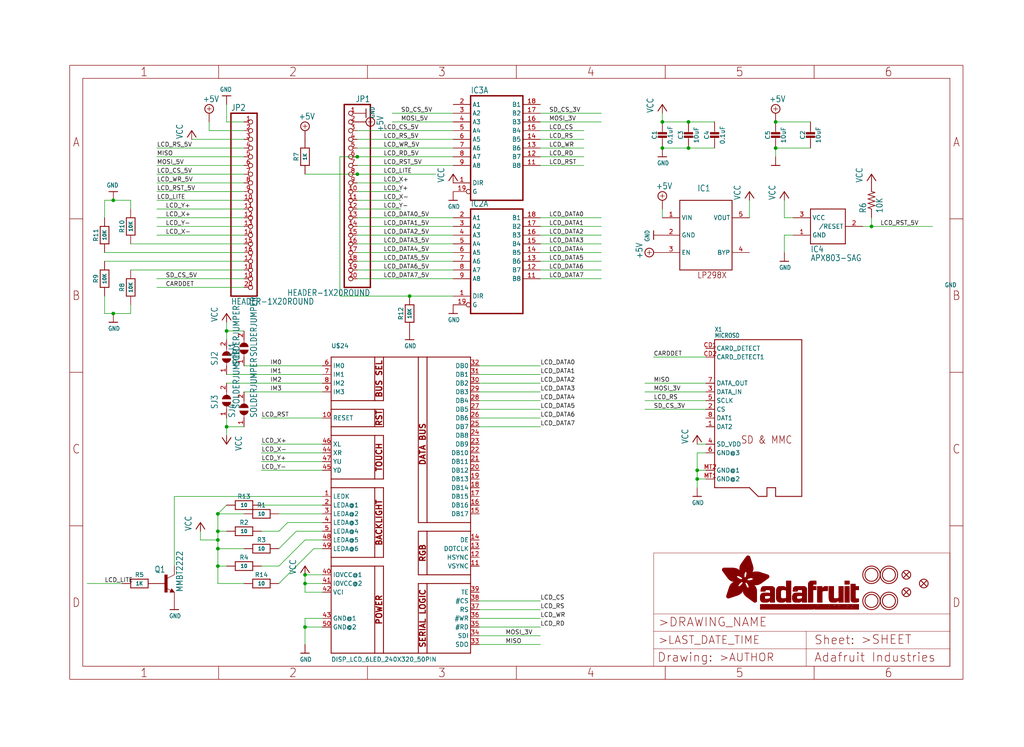
<source format=kicad_sch>
(kicad_sch (version 20211123) (generator eeschema)
  (paper "User" 298.45 217.881)
  (lib_symbols
    (symbol "schematicEagle-eagle-import:+5V" (power)
      (property "Value" "+5V" (at -1.905 3.175 0))
      (symbol "+5V_1_0"
        (pin power_in line (at 0 -2.54 90) (length 2.54) (name "+5V") (number "1"))
      )
    )
    (symbol "schematicEagle-eagle-import:-NPN-SOT23-BEC"
      (property "Reference" "T" (at -10.16 7.62 0))
      (property "Value" "-NPN-SOT23-BEC" (at -10.16 5.08 0))
      (symbol "-NPN-SOT23-BEC_1_0"
        (pin passive line (at -2.54 0 0) (length 2.54) (name "B") (number "B"))
        (pin passive line (at 2.54 5.08 270) (length 2.54) (name "C") (number "C"))
        (pin passive line (at 2.54 -5.08 90) (length 2.54) (name "E") (number "E"))
      )
    )
    (symbol "schematicEagle-eagle-import:74245DW"
      (property "Reference" "IC" (at -0.635 -0.635 0))
      (symbol "74245DW_1_0"
        (pin input line (at -12.7 -10.16 0) (length 5.08) (name "DIR") (number "1"))
        (pin bidirectional line (at 12.7 -5.08 180) (length 5.08) (name "B8") (number "11"))
        (pin bidirectional line (at 12.7 -2.54 180) (length 5.08) (name "B7") (number "12"))
        (pin bidirectional line (at 12.7 0 180) (length 5.08) (name "B6") (number "13"))
        (pin bidirectional line (at 12.7 2.54 180) (length 5.08) (name "B5") (number "14"))
        (pin bidirectional line (at 12.7 5.08 180) (length 5.08) (name "B4") (number "15"))
        (pin bidirectional line (at 12.7 7.62 180) (length 5.08) (name "B3") (number "16"))
        (pin bidirectional line (at 12.7 10.16 180) (length 5.08) (name "B2") (number "17"))
        (pin bidirectional line (at 12.7 12.7 180) (length 5.08) (name "B1") (number "18"))
        (pin input inverted (at -12.7 -12.7 0) (length 5.08) (name "G") (number "19"))
        (pin bidirectional line (at -12.7 12.7 0) (length 5.08) (name "A1") (number "2"))
        (pin bidirectional line (at -12.7 10.16 0) (length 5.08) (name "A2") (number "3"))
        (pin bidirectional line (at -12.7 7.62 0) (length 5.08) (name "A3") (number "4"))
        (pin bidirectional line (at -12.7 5.08 0) (length 5.08) (name "A4") (number "5"))
        (pin bidirectional line (at -12.7 2.54 0) (length 5.08) (name "A5") (number "6"))
        (pin bidirectional line (at -12.7 0 0) (length 5.08) (name "A6") (number "7"))
        (pin bidirectional line (at -12.7 -2.54 0) (length 5.08) (name "A7") (number "8"))
        (pin bidirectional line (at -12.7 -5.08 0) (length 5.08) (name "A8") (number "9"))
      )
      (symbol "74245DW_2_0"
        (text "GND" (at 1.905 -5.842 900) (effects (font (size 1.27 1.0795)) (justify left bottom)))
        (text "VCC" (at 1.905 2.54 900) (effects (font (size 1.27 1.0795)) (justify left bottom)))
        (pin power_in line (at 0 -7.62 90) (length 5.08) (name "GND") (number "10"))
        (pin power_in line (at 0 7.62 270) (length 5.08) (name "VCC") (number "20"))
      )
    )
    (symbol "schematicEagle-eagle-import:AXP083-SAG"
      (property "Reference" "IC" (at -5.08 -7.62 0))
      (property "Value" "AXP083-SAG" (at -5.08 -10.16 0))
      (symbol "AXP083-SAG_1_0"
        (pin power_in line (at -10.16 -2.54 0) (length 5.08) (name "GND") (number "1"))
        (pin output line (at 10.16 0 180) (length 5.08) (name "/RESET") (number "2"))
        (pin power_in line (at -10.16 2.54 0) (length 5.08) (name "VCC") (number "3"))
      )
    )
    (symbol "schematicEagle-eagle-import:CAP_CERAMIC0805-NOOUTLINE"
      (property "Reference" "C" (at -2.29 1.25 90))
      (property "Value" "CAP_CERAMIC0805-NOOUTLINE" (at 2.3 1.25 90))
      (symbol "CAP_CERAMIC0805-NOOUTLINE_1_0"
        (pin passive line (at 0 5.08 270) (length 2.54) (name "1") (number "1"))
        (pin passive line (at 0 -2.54 90) (length 2.54) (name "2") (number "2"))
      )
    )
    (symbol "schematicEagle-eagle-import:DISP_LCD_6LED_240X320_50PIN"
      (property "Value" "DISP_LCD_6LED_240X320_50PIN" (at -20.32 -48.26 0))
      (symbol "DISP_LCD_6LED_240X320_50PIN_1_0"
        (text "BACKLIGHT" (at -6.35 -7.62 900) (effects (font (size 1.6764 1.6764) (thickness 0.3353) bold)))
        (text "BUS SEL" (at -6.35 34.29 900) (effects (font (size 1.6764 1.6764) (thickness 0.3353) bold)))
        (text "DATA BUS" (at 6.35 15.24 900) (effects (font (size 1.6764 1.6764) (thickness 0.3353) bold)))
        (text "POWER" (at -6.35 -33.02 900) (effects (font (size 1.6764 1.6764) (thickness 0.3353) bold)))
        (text "RGB" (at 6.35 -16.51 900) (effects (font (size 1.6764 1.6764) (thickness 0.3353) bold)))
        (text "RST" (at -6.35 22.86 900) (effects (font (size 1.6764 1.6764) (thickness 0.3353) bold)))
        (text "SERIAL LOGIC" (at 6.35 -35.56 900) (effects (font (size 1.6764 1.6764) (thickness 0.3353) bold)))
        (text "TOUCH" (at -6.35 11.43 900) (effects (font (size 1.6764 1.6764) (thickness 0.3353) bold)))
        (pin bidirectional line (at -22.86 0 0) (length 2.54) (name "LEDK") (number "1"))
        (pin bidirectional line (at -22.86 22.86 0) (length 2.54) (name "RESET") (number "10"))
        (pin bidirectional line (at 22.86 -20.32 180) (length 2.54) (name "VSYNC") (number "11"))
        (pin bidirectional line (at 22.86 -17.78 180) (length 2.54) (name "HSYNC") (number "12"))
        (pin bidirectional line (at 22.86 -15.24 180) (length 2.54) (name "DOTCLK") (number "13"))
        (pin bidirectional line (at 22.86 -12.7 180) (length 2.54) (name "DE") (number "14"))
        (pin bidirectional line (at 22.86 -5.08 180) (length 2.54) (name "DB17") (number "15"))
        (pin bidirectional line (at 22.86 -2.54 180) (length 2.54) (name "DB16") (number "16"))
        (pin bidirectional line (at 22.86 0 180) (length 2.54) (name "DB15") (number "17"))
        (pin bidirectional line (at 22.86 2.54 180) (length 2.54) (name "DB14") (number "18"))
        (pin bidirectional line (at 22.86 5.08 180) (length 2.54) (name "DB13") (number "19"))
        (pin bidirectional line (at -22.86 -2.54 0) (length 2.54) (name "LEDA@1") (number "2"))
        (pin bidirectional line (at 22.86 7.62 180) (length 2.54) (name "DB12") (number "20"))
        (pin bidirectional line (at 22.86 10.16 180) (length 2.54) (name "DB11") (number "21"))
        (pin bidirectional line (at 22.86 12.7 180) (length 2.54) (name "DB10") (number "22"))
        (pin bidirectional line (at 22.86 15.24 180) (length 2.54) (name "DB9") (number "23"))
        (pin bidirectional line (at 22.86 17.78 180) (length 2.54) (name "DB8") (number "24"))
        (pin bidirectional line (at 22.86 20.32 180) (length 2.54) (name "DB7") (number "25"))
        (pin bidirectional line (at 22.86 22.86 180) (length 2.54) (name "DB6") (number "26"))
        (pin bidirectional line (at 22.86 25.4 180) (length 2.54) (name "DB5") (number "27"))
        (pin bidirectional line (at 22.86 27.94 180) (length 2.54) (name "DB4") (number "28"))
        (pin bidirectional line (at 22.86 30.48 180) (length 2.54) (name "DB3") (number "29"))
        (pin bidirectional line (at -22.86 -5.08 0) (length 2.54) (name "LEDA@2") (number "3"))
        (pin bidirectional line (at 22.86 33.02 180) (length 2.54) (name "DB2") (number "30"))
        (pin bidirectional line (at 22.86 35.56 180) (length 2.54) (name "DB1") (number "31"))
        (pin bidirectional line (at 22.86 38.1 180) (length 2.54) (name "DB0") (number "32"))
        (pin bidirectional line (at 22.86 -43.18 180) (length 2.54) (name "SDO") (number "33"))
        (pin bidirectional line (at 22.86 -40.64 180) (length 2.54) (name "SDI") (number "34"))
        (pin bidirectional line (at 22.86 -38.1 180) (length 2.54) (name "#RD") (number "35"))
        (pin bidirectional line (at 22.86 -35.56 180) (length 2.54) (name "#WR") (number "36"))
        (pin bidirectional line (at 22.86 -33.02 180) (length 2.54) (name "RS") (number "37"))
        (pin bidirectional line (at 22.86 -30.48 180) (length 2.54) (name "#CS") (number "38"))
        (pin bidirectional line (at 22.86 -27.94 180) (length 2.54) (name "TE") (number "39"))
        (pin bidirectional line (at -22.86 -7.62 0) (length 2.54) (name "LEDA@3") (number "4"))
        (pin bidirectional line (at -22.86 -22.86 0) (length 2.54) (name "IOVCC@1") (number "40"))
        (pin bidirectional line (at -22.86 -25.4 0) (length 2.54) (name "IOVCC@2") (number "41"))
        (pin bidirectional line (at -22.86 -27.94 0) (length 2.54) (name "VCI") (number "42"))
        (pin bidirectional line (at -22.86 -35.56 0) (length 2.54) (name "GND@1") (number "43"))
        (pin bidirectional line (at -22.86 12.7 0) (length 2.54) (name "XR") (number "44"))
        (pin bidirectional line (at -22.86 7.62 0) (length 2.54) (name "YD") (number "45"))
        (pin bidirectional line (at -22.86 15.24 0) (length 2.54) (name "XL") (number "46"))
        (pin bidirectional line (at -22.86 10.16 0) (length 2.54) (name "YU") (number "47"))
        (pin bidirectional line (at -22.86 -12.7 0) (length 2.54) (name "LEDA@5") (number "48"))
        (pin bidirectional line (at -22.86 -15.24 0) (length 2.54) (name "LEDA@6") (number "49"))
        (pin bidirectional line (at -22.86 -10.16 0) (length 2.54) (name "LEDA@4") (number "5"))
        (pin bidirectional line (at -22.86 -38.1 0) (length 2.54) (name "GND@2") (number "50"))
        (pin bidirectional line (at -22.86 38.1 0) (length 2.54) (name "IM0") (number "6"))
        (pin bidirectional line (at -22.86 35.56 0) (length 2.54) (name "IM1") (number "7"))
        (pin bidirectional line (at -22.86 33.02 0) (length 2.54) (name "IM2") (number "8"))
        (pin bidirectional line (at -22.86 30.48 0) (length 2.54) (name "IM3") (number "9"))
      )
    )
    (symbol "schematicEagle-eagle-import:FIDUCIAL{dblquote}{dblquote}")
    (symbol "schematicEagle-eagle-import:FRAME_A4_ADAFRUIT"
      (symbol "FRAME_A4_ADAFRUIT_0_0"
        (text "1" (at 21.6958 1.905 0) (effects (font (size 2.54 2.286))))
        (text "1" (at 21.6958 177.165 0) (effects (font (size 2.54 2.286))))
        (text "2" (at 65.0875 1.905 0) (effects (font (size 2.54 2.286))))
        (text "2" (at 65.0875 177.165 0) (effects (font (size 2.54 2.286))))
        (text "3" (at 108.4792 1.905 0) (effects (font (size 2.54 2.286))))
        (text "3" (at 108.4792 177.165 0) (effects (font (size 2.54 2.286))))
        (text "4" (at 151.8708 1.905 0) (effects (font (size 2.54 2.286))))
        (text "4" (at 151.8708 177.165 0) (effects (font (size 2.54 2.286))))
        (text "5" (at 195.2625 1.905 0) (effects (font (size 2.54 2.286))))
        (text "5" (at 195.2625 177.165 0) (effects (font (size 2.54 2.286))))
        (text "6" (at 238.6542 1.905 0) (effects (font (size 2.54 2.286))))
        (text "6" (at 238.6542 177.165 0) (effects (font (size 2.54 2.286))))
        (text "A" (at 1.905 156.6863 0) (effects (font (size 2.54 2.286))))
        (text "A" (at 258.445 156.6863 0) (effects (font (size 2.54 2.286))))
        (text "B" (at 1.905 111.9188 0) (effects (font (size 2.54 2.286))))
        (text "B" (at 258.445 111.9188 0) (effects (font (size 2.54 2.286))))
        (text "C" (at 1.905 67.1513 0) (effects (font (size 2.54 2.286))))
        (text "C" (at 258.445 67.1513 0) (effects (font (size 2.54 2.286))))
        (text "D" (at 1.905 22.3838 0) (effects (font (size 2.54 2.286))))
        (text "D" (at 258.445 22.3838 0) (effects (font (size 2.54 2.286))))
      )
      (symbol "FRAME_A4_ADAFRUIT_1_0"
        (text ">AUTHOR" (at 189.23 5.08 0) (effects (font (size 2.286 2.286)) (justify left bottom)))
        (text ">DRAWING_NAME" (at 171.45 15.24 0) (effects (font (size 2.54 2.54)) (justify left bottom)))
        (text ">LAST_DATE_TIME" (at 171.45 10.16 0) (effects (font (size 2.286 2.286)) (justify left bottom)))
        (text ">SHEET" (at 230.505 10.16 0) (effects (font (size 2.54 2.54)) (justify left bottom)))
        (text "Adafruit Industries" (at 216.916 4.953 0) (effects (font (size 2.54 2.54)) (justify left bottom)))
        (text "Drawing:" (at 171.196 4.953 0) (effects (font (size 2.54 2.54)) (justify left bottom)))
        (text "Sheet:" (at 216.916 10.033 0) (effects (font (size 2.54 2.54)) (justify left bottom)))
      )
    )
    (symbol "schematicEagle-eagle-import:GND" (power)
      (property "Value" "GND" (at -1.524 -2.54 0))
      (symbol "GND_1_0"
        (pin power_in line (at 0 2.54 270) (length 2.54) (name "GND") (number "1"))
      )
    )
    (symbol "schematicEagle-eagle-import:HEADER-1X20ROUND"
      (property "Reference" "JP" (at -6.35 26.035 0))
      (property "Value" "HEADER-1X20ROUND" (at -6.35 -30.48 0))
      (symbol "HEADER-1X20ROUND_1_0"
        (pin passive inverted (at -2.54 22.86 0) (length 2.54) (name "1") (number "1"))
        (pin passive inverted (at -2.54 0 0) (length 2.54) (name "10") (number "10"))
        (pin passive inverted (at -2.54 -2.54 0) (length 2.54) (name "11") (number "11"))
        (pin passive inverted (at -2.54 -5.08 0) (length 2.54) (name "12") (number "12"))
        (pin passive inverted (at -2.54 -7.62 0) (length 2.54) (name "13") (number "13"))
        (pin passive inverted (at -2.54 -10.16 0) (length 2.54) (name "14") (number "14"))
        (pin passive inverted (at -2.54 -12.7 0) (length 2.54) (name "15") (number "15"))
        (pin passive inverted (at -2.54 -15.24 0) (length 2.54) (name "16") (number "16"))
        (pin passive inverted (at -2.54 -17.78 0) (length 2.54) (name "17") (number "17"))
        (pin passive inverted (at -2.54 -20.32 0) (length 2.54) (name "18") (number "18"))
        (pin passive inverted (at -2.54 -22.86 0) (length 2.54) (name "19") (number "19"))
        (pin passive inverted (at -2.54 20.32 0) (length 2.54) (name "2") (number "2"))
        (pin passive inverted (at -2.54 -25.4 0) (length 2.54) (name "20") (number "20"))
        (pin passive inverted (at -2.54 17.78 0) (length 2.54) (name "3") (number "3"))
        (pin passive inverted (at -2.54 15.24 0) (length 2.54) (name "4") (number "4"))
        (pin passive inverted (at -2.54 12.7 0) (length 2.54) (name "5") (number "5"))
        (pin passive inverted (at -2.54 10.16 0) (length 2.54) (name "6") (number "6"))
        (pin passive inverted (at -2.54 7.62 0) (length 2.54) (name "7") (number "7"))
        (pin passive inverted (at -2.54 5.08 0) (length 2.54) (name "8") (number "8"))
        (pin passive inverted (at -2.54 2.54 0) (length 2.54) (name "9") (number "9"))
      )
    )
    (symbol "schematicEagle-eagle-import:LP298XS"
      (property "Reference" "IC" (at -12.7 -5.08 90))
      (symbol "LP298XS_1_0"
        (text "LP298X" (at 12.7 -5.08 900) (effects (font (size 1.778 1.5113)) (justify left bottom)))
        (pin bidirectional line (at -5.08 -15.24 90) (length 5.08) (name "VIN") (number "1"))
        (pin bidirectional line (at 0 -15.24 90) (length 5.08) (name "GND") (number "2"))
        (pin bidirectional line (at 5.08 -15.24 90) (length 5.08) (name "EN") (number "3"))
        (pin bidirectional line (at 5.08 10.16 270) (length 5.08) (name "BYP") (number "4"))
        (pin bidirectional line (at -5.08 10.16 270) (length 5.08) (name "VOUT") (number "5"))
      )
    )
    (symbol "schematicEagle-eagle-import:MICROSD"
      (property "Reference" "X" (at -12.7 22.606 0))
      (property "Value" "MICROSD" (at -12.7 20.828 0))
      (symbol "MICROSD_1_0"
        (text "SD & MMC" (at -5.08 -10.16 0) (effects (font (size 2.1844 1.8567)) (justify left bottom)))
        (pin bidirectional line (at -15.24 -5.08 0) (length 2.54) (name "DAT2") (number "1"))
        (pin input line (at -15.24 0 0) (length 2.54) (name "CS") (number "2"))
        (pin input line (at -15.24 5.08 0) (length 2.54) (name "DATA_IN") (number "3"))
        (pin power_in line (at -15.24 -10.16 0) (length 2.54) (name "SD_VDD") (number "4"))
        (pin input line (at -15.24 2.54 0) (length 2.54) (name "SCLK") (number "5"))
        (pin power_in line (at -15.24 -12.7 0) (length 2.54) (name "GND@3") (number "6"))
        (pin output line (at -15.24 7.62 0) (length 2.54) (name "DATA_OUT") (number "7"))
        (pin bidirectional line (at -15.24 -2.54 0) (length 2.54) (name "DAT1") (number "8"))
        (pin passive line (at -15.24 17.78 0) (length 2.54) (name "CARD_DETECT") (number "CD1"))
        (pin passive line (at -15.24 15.24 0) (length 2.54) (name "CARD_DETECT1") (number "CD2"))
        (pin power_in line (at -15.24 -20.32 0) (length 2.54) (name "GND@2") (number "MT1"))
        (pin power_in line (at -15.24 -17.78 0) (length 2.54) (name "GND@1") (number "MT2"))
      )
    )
    (symbol "schematicEagle-eagle-import:MOUNTINGHOLE3.0THIN")
    (symbol "schematicEagle-eagle-import:R-US_R0805"
      (property "Reference" "R" (at -3.81 1.4986 0))
      (property "Value" "R-US_R0805" (at -3.81 -3.302 0))
      (symbol "R-US_R0805_1_0"
        (pin passive line (at -5.08 0 0) (length 2.54) (name "1") (number "1"))
        (pin passive line (at 5.08 0 180) (length 2.54) (name "2") (number "2"))
      )
    )
    (symbol "schematicEagle-eagle-import:RESISTOR0805_NOOUTLINE"
      (property "Reference" "R" (at 0 2.54 0))
      (property "Value" "RESISTOR0805_NOOUTLINE" (at 0 0 0))
      (symbol "RESISTOR0805_NOOUTLINE_1_0"
        (pin passive line (at -5.08 0 0) (length 2.54) (name "1") (number "1"))
        (pin passive line (at 5.08 0 180) (length 2.54) (name "2") (number "2"))
      )
    )
    (symbol "schematicEagle-eagle-import:SOLDERJUMPER"
      (property "Reference" "SJ" (at -2.54 2.54 0))
      (property "Value" "SOLDERJUMPER" (at -2.54 -3.81 0))
      (symbol "SOLDERJUMPER_1_0"
        (pin passive line (at -5.08 0 0) (length 2.54) (name "1") (number "1"))
        (pin passive line (at 5.08 0 180) (length 2.54) (name "2") (number "2"))
      )
    )
    (symbol "schematicEagle-eagle-import:VCC" (power)
      (property "Value" "VCC" (at -2.54 -2.54 90))
      (symbol "VCC_1_0"
        (pin power_in line (at 0 -2.54 90) (length 2.54) (name "VCC") (number "1"))
      )
    )
  )
  (junction (at 33.02 58.42))
  (junction (at 203.2 137.16))
  (junction (at 200.66 35.56))
  (junction (at 88.9 170.18))
  (junction (at 104.14 50.8))
  (junction (at 193.04 35.56))
  (junction (at 88.9 167.64))
  (junction (at 226.06 35.56))
  (junction (at 33.02 91.44))
  (junction (at 88.9 182.88))
  (junction (at 226.06 43.18))
  (junction (at 63.5 149.86))
  (junction (at 63.5 160.02))
  (junction (at 104.14 45.72))
  (junction (at 200.66 43.18))
  (junction (at 203.2 139.7))
  (junction (at 63.5 154.94))
  (junction (at 63.5 165.1))
  (junction (at 63.5 157.48))
  (junction (at 66.04 124.46))
  (junction (at 119.38 86.36))
  (junction (at 254 66.04))
  (junction (at 66.04 96.52))
  (junction (at 193.04 43.18))
  (wire (pts (xy 93.98 137.16) (xy 76.2 137.16)))
  (wire (pts (xy 208.28 43.18) (xy 200.66 43.18)))
  (wire (pts (xy 139.7 187.96) (xy 157.48 187.96)))
  (wire (pts (xy 104.14 55.88) (xy 116.84 55.88)))
  (wire (pts (xy 200.66 35.56) (xy 193.04 35.56)))
  (wire (pts (xy 226.06 45.72) (xy 226.06 43.18)))
  (wire (pts (xy 132.08 78.74) (xy 104.14 78.74)))
  (wire (pts (xy 254 66.04) (xy 271.78 66.04)))
  (wire (pts (xy 71.12 58.42) (xy 45.72 58.42)))
  (wire (pts (xy 157.48 35.56) (xy 175.26 35.56)))
  (wire (pts (xy 104.14 43.18) (xy 132.08 43.18)))
  (wire (pts (xy 104.14 50.8) (xy 127 50.8)))
  (wire (pts (xy 63.5 160.02) (xy 63.5 157.48)))
  (wire (pts (xy 63.5 157.48) (xy 63.5 154.94)))
  (wire (pts (xy 139.7 111.76) (xy 157.48 111.76)))
  (wire (pts (xy 88.9 167.64) (xy 88.9 170.18)))
  (wire (pts (xy 187.96 111.76) (xy 205.74 111.76)))
  (wire (pts (xy 63.5 160.02) (xy 71.12 160.02)))
  (wire (pts (xy 66.04 127) (xy 66.04 124.46)))
  (wire (pts (xy 71.12 63.5) (xy 45.72 63.5)))
  (wire (pts (xy 104.14 50.8) (xy 88.9 50.8)))
  (wire (pts (xy 71.12 60.96) (xy 45.72 60.96)))
  (wire (pts (xy 45.72 55.88) (xy 71.12 55.88)))
  (wire (pts (xy 30.48 76.2) (xy 71.12 76.2)))
  (wire (pts (xy 30.48 86.36) (xy 30.48 91.44)))
  (wire (pts (xy 81.28 149.86) (xy 93.98 149.86)))
  (wire (pts (xy 104.14 53.34) (xy 116.84 53.34)))
  (wire (pts (xy 76.2 147.32) (xy 93.98 147.32)))
  (wire (pts (xy 132.08 66.04) (xy 104.14 66.04)))
  (wire (pts (xy 45.72 43.18) (xy 71.12 43.18)))
  (wire (pts (xy 76.2 121.92) (xy 93.98 121.92)))
  (wire (pts (xy 203.2 139.7) (xy 203.2 142.24)))
  (wire (pts (xy 66.04 165.1) (xy 63.5 165.1)))
  (wire (pts (xy 175.26 81.28) (xy 157.48 81.28)))
  (wire (pts (xy 50.8 165.1) (xy 50.8 144.78)))
  (wire (pts (xy 228.6 63.5) (xy 228.6 58.42)))
  (wire (pts (xy 88.9 180.34) (xy 88.9 182.88)))
  (wire (pts (xy 228.6 73.66) (xy 228.6 68.58)))
  (wire (pts (xy 93.98 114.3) (xy 71.12 114.3)))
  (wire (pts (xy 71.12 66.04) (xy 45.72 66.04)))
  (wire (pts (xy 139.7 121.92) (xy 157.48 121.92)))
  (wire (pts (xy 33.02 91.44) (xy 38.1 91.44)))
  (wire (pts (xy 58.42 157.48) (xy 63.5 157.48)))
  (wire (pts (xy 45.72 45.72) (xy 71.12 45.72)))
  (wire (pts (xy 63.5 170.18) (xy 71.12 170.18)))
  (wire (pts (xy 58.42 154.94) (xy 58.42 157.48)))
  (wire (pts (xy 251.46 66.04) (xy 254 66.04)))
  (wire (pts (xy 38.1 91.44) (xy 38.1 88.9)))
  (wire (pts (xy 30.48 58.42) (xy 30.48 63.5)))
  (wire (pts (xy 203.2 139.7) (xy 203.2 137.16)))
  (wire (pts (xy 86.36 154.94) (xy 93.98 154.94)))
  (wire (pts (xy 139.7 109.22) (xy 157.48 109.22)))
  (wire (pts (xy 139.7 175.26) (xy 157.48 175.26)))
  (wire (pts (xy 104.14 40.64) (xy 132.08 40.64)))
  (wire (pts (xy 132.08 76.2) (xy 104.14 76.2)))
  (wire (pts (xy 132.08 63.5) (xy 104.14 63.5)))
  (wire (pts (xy 60.96 38.1) (xy 60.96 35.56)))
  (wire (pts (xy 71.12 48.26) (xy 45.72 48.26)))
  (wire (pts (xy 114.3 33.02) (xy 132.08 33.02)))
  (wire (pts (xy 139.7 106.68) (xy 157.48 106.68)))
  (wire (pts (xy 99.06 86.36) (xy 99.06 45.72)))
  (wire (pts (xy 205.74 129.54) (xy 203.2 129.54)))
  (wire (pts (xy 76.2 165.1) (xy 81.28 165.1)))
  (wire (pts (xy 93.98 134.62) (xy 76.2 134.62)))
  (wire (pts (xy 132.08 35.56) (xy 114.3 35.56)))
  (wire (pts (xy 45.72 81.28) (xy 71.12 81.28)))
  (wire (pts (xy 139.7 116.84) (xy 157.48 116.84)))
  (wire (pts (xy 157.48 38.1) (xy 170.18 38.1)))
  (wire (pts (xy 45.72 53.34) (xy 71.12 53.34)))
  (wire (pts (xy 93.98 106.68) (xy 71.12 106.68)))
  (wire (pts (xy 38.1 58.42) (xy 33.02 58.42)))
  (wire (pts (xy 93.98 180.34) (xy 88.9 180.34)))
  (wire (pts (xy 66.04 124.46) (xy 66.04 121.92)))
  (wire (pts (xy 93.98 129.54) (xy 76.2 129.54)))
  (wire (pts (xy 88.9 172.72) (xy 88.9 170.18)))
  (wire (pts (xy 71.12 38.1) (xy 60.96 38.1)))
  (wire (pts (xy 104.14 60.96) (xy 116.84 60.96)))
  (wire (pts (xy 104.14 48.26) (xy 132.08 48.26)))
  (wire (pts (xy 193.04 60.96) (xy 193.04 63.5)))
  (wire (pts (xy 231.14 63.5) (xy 228.6 63.5)))
  (wire (pts (xy 104.14 45.72) (xy 99.06 45.72)))
  (wire (pts (xy 226.06 35.56) (xy 236.22 35.56)))
  (wire (pts (xy 193.04 33.02) (xy 193.04 35.56)))
  (wire (pts (xy 66.04 154.94) (xy 63.5 154.94)))
  (wire (pts (xy 93.98 111.76) (xy 66.04 111.76)))
  (wire (pts (xy 228.6 68.58) (xy 231.14 68.58)))
  (wire (pts (xy 139.7 185.42) (xy 157.48 185.42)))
  (wire (pts (xy 132.08 73.66) (xy 104.14 73.66)))
  (wire (pts (xy 218.44 58.42) (xy 218.44 63.5)))
  (wire (pts (xy 203.2 132.08) (xy 203.2 137.16)))
  (wire (pts (xy 35.56 170.18) (xy 25.4 170.18)))
  (wire (pts (xy 139.7 180.34) (xy 157.48 180.34)))
  (wire (pts (xy 63.5 154.94) (xy 63.5 149.86)))
  (wire (pts (xy 66.04 96.52) (xy 71.12 96.52)))
  (wire (pts (xy 63.5 165.1) (xy 63.5 160.02)))
  (wire (pts (xy 30.48 73.66) (xy 71.12 73.66)))
  (wire (pts (xy 71.12 35.56) (xy 66.04 35.56)))
  (wire (pts (xy 205.74 114.3) (xy 187.96 114.3)))
  (wire (pts (xy 93.98 167.64) (xy 88.9 167.64)))
  (wire (pts (xy 175.26 78.74) (xy 157.48 78.74)))
  (wire (pts (xy 205.74 116.84) (xy 187.96 116.84)))
  (wire (pts (xy 132.08 68.58) (xy 104.14 68.58)))
  (wire (pts (xy 71.12 78.74) (xy 38.1 78.74)))
  (wire (pts (xy 157.48 48.26) (xy 170.18 48.26)))
  (wire (pts (xy 132.08 86.36) (xy 119.38 86.36)))
  (wire (pts (xy 93.98 132.08) (xy 76.2 132.08)))
  (wire (pts (xy 63.5 165.1) (xy 63.5 170.18)))
  (wire (pts (xy 71.12 83.82) (xy 45.72 83.82)))
  (wire (pts (xy 104.14 58.42) (xy 116.84 58.42)))
  (wire (pts (xy 88.9 170.18) (xy 93.98 170.18)))
  (wire (pts (xy 66.04 35.56) (xy 66.04 30.48)))
  (wire (pts (xy 157.48 45.72) (xy 170.18 45.72)))
  (wire (pts (xy 93.98 182.88) (xy 88.9 182.88)))
  (wire (pts (xy 88.9 182.88) (xy 88.9 187.96)))
  (wire (pts (xy 157.48 43.18) (xy 170.18 43.18)))
  (wire (pts (xy 175.26 76.2) (xy 157.48 76.2)))
  (wire (pts (xy 81.28 154.94) (xy 83.82 152.4)))
  (wire (pts (xy 175.26 68.58) (xy 157.48 68.58)))
  (wire (pts (xy 63.5 149.86) (xy 71.12 149.86)))
  (wire (pts (xy 226.06 43.18) (xy 236.22 43.18)))
  (wire (pts (xy 132.08 71.12) (xy 104.14 71.12)))
  (wire (pts (xy 187.96 119.38) (xy 205.74 119.38)))
  (wire (pts (xy 30.48 91.44) (xy 33.02 91.44)))
  (wire (pts (xy 76.2 154.94) (xy 81.28 154.94)))
  (wire (pts (xy 193.04 43.18) (xy 200.66 43.18)))
  (wire (pts (xy 175.26 71.12) (xy 157.48 71.12)))
  (wire (pts (xy 81.28 170.18) (xy 91.44 160.02)))
  (wire (pts (xy 71.12 124.46) (xy 66.04 124.46)))
  (wire (pts (xy 104.14 45.72) (xy 132.08 45.72)))
  (wire (pts (xy 175.26 66.04) (xy 157.48 66.04)))
  (wire (pts (xy 33.02 58.42) (xy 30.48 58.42)))
  (wire (pts (xy 139.7 114.3) (xy 157.48 114.3)))
  (wire (pts (xy 66.04 109.22) (xy 93.98 109.22)))
  (wire (pts (xy 205.74 132.08) (xy 203.2 132.08)))
  (wire (pts (xy 139.7 177.8) (xy 157.48 177.8)))
  (wire (pts (xy 157.48 33.02) (xy 175.26 33.02)))
  (wire (pts (xy 66.04 93.98) (xy 66.04 96.52)))
  (wire (pts (xy 71.12 68.58) (xy 45.72 68.58)))
  (wire (pts (xy 203.2 137.16) (xy 205.74 137.16)))
  (wire (pts (xy 104.14 38.1) (xy 132.08 38.1)))
  (wire (pts (xy 66.04 99.06) (xy 66.04 96.52)))
  (wire (pts (xy 157.48 40.64) (xy 170.18 40.64)))
  (wire (pts (xy 83.82 152.4) (xy 93.98 152.4)))
  (wire (pts (xy 139.7 124.46) (xy 157.48 124.46)))
  (wire (pts (xy 254 63.5) (xy 254 66.04)))
  (wire (pts (xy 175.26 73.66) (xy 157.48 73.66)))
  (wire (pts (xy 91.44 160.02) (xy 93.98 160.02)))
  (wire (pts (xy 175.26 63.5) (xy 157.48 63.5)))
  (wire (pts (xy 45.72 50.8) (xy 71.12 50.8)))
  (wire (pts (xy 38.1 71.12) (xy 71.12 71.12)))
  (wire (pts (xy 139.7 182.88) (xy 157.48 182.88)))
  (wire (pts (xy 88.9 157.48) (xy 93.98 157.48)))
  (wire (pts (xy 81.28 160.02) (xy 86.36 154.94)))
  (wire (pts (xy 93.98 172.72) (xy 88.9 172.72)))
  (wire (pts (xy 139.7 119.38) (xy 157.48 119.38)))
  (wire (pts (xy 38.1 60.96) (xy 38.1 58.42)))
  (wire (pts (xy 205.74 104.14) (xy 190.5 104.14)))
  (wire (pts (xy 132.08 81.28) (xy 104.14 81.28)))
  (wire (pts (xy 81.28 165.1) (xy 88.9 157.48)))
  (wire (pts (xy 119.38 86.36) (xy 99.06 86.36)))
  (wire (pts (xy 200.66 35.56) (xy 208.28 35.56)))
  (wire (pts (xy 205.74 139.7) (xy 203.2 139.7)))
  (wire (pts (xy 50.8 144.78) (xy 93.98 144.78)))
  (wire (pts (xy 66.04 147.32) (xy 63.5 149.86)))
  (wire (pts (xy 55.88 40.64) (xy 71.12 40.64)))
  (label "MISO" (at 190.5 111.76 0) (effects (font (size 1.2446 1.2446))))
  (label "LCD_Y-" (at 111.76 60.96 0) (effects (font (size 1.2446 1.2446))))
  (label "LCD_DATA2" (at 157.48 111.76 0) (effects (font (size 1.2446 1.2446))))
  (label "LCD_WR" (at 160.02 43.18 0) (effects (font (size 1.2446 1.2446))))
  (label "LCD_Y-" (at 48.26 66.04 0) (effects (font (size 1.2446 1.2446))))
  (label "LCD_DATA1" (at 160.02 66.04 0) (effects (font (size 1.2446 1.2446))))
  (label "LCD_DATA5" (at 157.48 119.38 0) (effects (font (size 1.2446 1.2446))))
  (label "SD_CS_5V" (at 48.26 81.28 0) (effects (font (size 1.2446 1.2446))))
  (label "LCD_DATA2_5V" (at 111.76 68.58 0) (effects (font (size 1.2446 1.2446))))
  (label "LCD_X+" (at 76.2 129.54 0) (effects (font (size 1.2446 1.2446))))
  (label "LCD_RS_5V" (at 111.76 40.64 0) (effects (font (size 1.2446 1.2446))))
  (label "LCD_DATA2" (at 160.02 68.58 0) (effects (font (size 1.2446 1.2446))))
  (label "LCD_DATA4" (at 160.02 73.66 0) (effects (font (size 1.2446 1.2446))))
  (label "MISO" (at 147.32 187.96 0) (effects (font (size 1.2446 1.2446))))
  (label "MOSI_3V" (at 190.5 114.3 0) (effects (font (size 1.2446 1.2446))))
  (label "IM0" (at 78.74 106.68 0) (effects (font (size 1.2446 1.2446))))
  (label "LCD_RST" (at 160.02 48.26 0) (effects (font (size 1.2446 1.2446))))
  (label "LCD_CS_5V" (at 45.72 50.8 0) (effects (font (size 1.2446 1.2446))))
  (label "LCD_DATA5_5V" (at 111.76 76.2 0) (effects (font (size 1.2446 1.2446))))
  (label "LCD_DATA1" (at 157.48 109.22 0) (effects (font (size 1.2446 1.2446))))
  (label "LCD_CS" (at 157.48 175.26 0) (effects (font (size 1.2446 1.2446))))
  (label "LCD_RD_5V" (at 111.76 45.72 0) (effects (font (size 1.2446 1.2446))))
  (label "LCD_RST_5V" (at 45.72 55.88 0) (effects (font (size 1.2446 1.2446))))
  (label "LCD_RS" (at 160.02 40.64 0) (effects (font (size 1.2446 1.2446))))
  (label "LCD_DATA7_5V" (at 111.76 81.28 0) (effects (font (size 1.2446 1.2446))))
  (label "MOSI_3V" (at 147.32 185.42 0) (effects (font (size 1.2446 1.2446))))
  (label "LCD_DATA4_5V" (at 111.76 73.66 0) (effects (font (size 1.2446 1.2446))))
  (label "LCD_X+" (at 48.26 63.5 0) (effects (font (size 1.2446 1.2446))))
  (label "LCD_WR_5V" (at 111.76 43.18 0) (effects (font (size 1.2446 1.2446))))
  (label "LCD_DATA6" (at 157.48 121.92 0) (effects (font (size 1.2446 1.2446))))
  (label "CARDDET" (at 190.5 104.14 0) (effects (font (size 1.2446 1.2446))))
  (label "LCD_LITE" (at 45.72 58.42 0) (effects (font (size 1.2446 1.2446))))
  (label "LCD_Y+" (at 48.26 60.96 0) (effects (font (size 1.2446 1.2446))))
  (label "IM2" (at 78.74 111.76 0) (effects (font (size 1.2446 1.2446))))
  (label "IM1" (at 78.74 109.22 0) (effects (font (size 1.2446 1.2446))))
  (label "LCD_RST" (at 76.2 121.92 0) (effects (font (size 1.2446 1.2446))))
  (label "MOSI_3V" (at 160.02 35.56 0) (effects (font (size 1.2446 1.2446))))
  (label "LCD_CS" (at 160.02 38.1 0) (effects (font (size 1.2446 1.2446))))
  (label "LCD_RS_5V" (at 45.72 43.18 0) (effects (font (size 1.2446 1.2446))))
  (label "LCD_DATA4" (at 157.48 116.84 0) (effects (font (size 1.2446 1.2446))))
  (label "MOSI_5V" (at 116.84 35.56 0) (effects (font (size 1.2446 1.2446))))
  (label "LCD_WR_5V" (at 45.72 53.34 0) (effects (font (size 1.2446 1.2446))))
  (label "LCD_DATA6" (at 160.02 78.74 0) (effects (font (size 1.2446 1.2446))))
  (label "LCD_DATA0_5V" (at 111.76 63.5 0) (effects (font (size 1.2446 1.2446))))
  (label "LCD_LITE" (at 30.48 170.18 0) (effects (font (size 1.2446 1.2446))))
  (label "CARDDET" (at 48.26 83.82 0) (effects (font (size 1.2446 1.2446))))
  (label "LCD_RD" (at 157.48 182.88 0) (effects (font (size 1.2446 1.2446))))
  (label "SD_CS_3V" (at 190.5 119.38 0) (effects (font (size 1.2446 1.2446))))
  (label "LCD_Y+" (at 76.2 134.62 0) (effects (font (size 1.2446 1.2446))))
  (label "LCD_Y-" (at 76.2 137.16 0) (effects (font (size 1.2446 1.2446))))
  (label "LCD_X-" (at 48.26 68.58 0) (effects (font (size 1.2446 1.2446))))
  (label "SD_CS_3V" (at 160.02 33.02 0) (effects (font (size 1.2446 1.2446))))
  (label "LCD_DATA0" (at 157.48 106.68 0) (effects (font (size 1.2446 1.2446))))
  (label "LCD_X-" (at 111.76 58.42 0) (effects (font (size 1.2446 1.2446))))
  (label "LCD_RS" (at 190.5 116.84 0) (effects (font (size 1.2446 1.2446))))
  (label "MOSI_5V" (at 45.72 48.26 0) (effects (font (size 1.2446 1.2446))))
  (label "LCD_X-" (at 76.2 132.08 0) (effects (font (size 1.2446 1.2446))))
  (label "MISO" (at 45.72 45.72 0) (effects (font (size 1.2446 1.2446))))
  (label "LCD_X+" (at 111.76 53.34 0) (effects (font (size 1.2446 1.2446))))
  (label "LCD_DATA0" (at 160.02 63.5 0) (effects (font (size 1.2446 1.2446))))
  (label "LCD_LITE" (at 111.76 50.8 0) (effects (font (size 1.2446 1.2446))))
  (label "LCD_DATA1_5V" (at 111.76 66.04 0) (effects (font (size 1.2446 1.2446))))
  (label "IM3" (at 78.74 114.3 0) (effects (font (size 1.2446 1.2446))))
  (label "LCD_DATA7" (at 160.02 81.28 0) (effects (font (size 1.2446 1.2446))))
  (label "SD_CS_5V" (at 116.84 33.02 0) (effects (font (size 1.2446 1.2446))))
  (label "LCD_DATA7" (at 157.48 124.46 0) (effects (font (size 1.2446 1.2446))))
  (label "LCD_RS" (at 157.48 177.8 0) (effects (font (size 1.2446 1.2446))))
  (label "LCD_RD" (at 160.02 45.72 0) (effects (font (size 1.2446 1.2446))))
  (label "LCD_DATA5" (at 160.02 76.2 0) (effects (font (size 1.2446 1.2446))))
  (label "LCD_WR" (at 157.48 180.34 0) (effects (font (size 1.2446 1.2446))))
  (label "LCD_DATA3" (at 160.02 71.12 0) (effects (font (size 1.2446 1.2446))))
  (label "LCD_RST_5V" (at 111.76 48.26 0) (effects (font (size 1.2446 1.2446))))
  (label "LCD_DATA3" (at 157.48 114.3 0) (effects (font (size 1.2446 1.2446))))
  (label "LCD_DATA6_5V" (at 111.76 78.74 0) (effects (font (size 1.2446 1.2446))))
  (label "LCD_RST_5V" (at 256.54 66.04 0) (effects (font (size 1.2446 1.2446))))
  (label "LCD_Y+" (at 111.76 55.88 0) (effects (font (size 1.2446 1.2446))))
  (label "LCD_CS_5V" (at 111.76 38.1 0) (effects (font (size 1.2446 1.2446))))
  (label "LCD_DATA3_5V" (at 111.76 71.12 0) (effects (font (size 1.2446 1.2446))))
  (symbol (lib_id "schematicEagle-eagle-import:MOUNTINGHOLE3.0THIN") (at 259.08 175.26 0) (unit 1)
    (property "Reference" "U$16" (effects hide))
    (property "Value" "MOUNTINGHOLE3.0THIN" (effects hide))
    (property "Footprint" "schematicEagle:MOUNTINGHOLE_3.0_PLATEDTHIN" (effects hide))
  )
  (symbol (lib_id "schematicEagle-eagle-import:VCC") (at 193.04 30.48 0) (unit 1)
    (property "Reference" "#P+6" (effects hide))
    (property "Value" "VCC" (at 190.5 33.02 90) (effects (font (size 1.778 1.5113)) (justify left bottom)))
    (property "Footprint" "schematicEagle:" (effects hide))
  )
  (symbol (lib_id "schematicEagle-eagle-import:CAP_CERAMIC0805-NOOUTLINE") (at 226.06 40.64 0) (unit 1)
    (property "Reference" "C5" (at 223.77 39.39 90))
    (property "Value" "10uF" (at 228.36 39.39 90))
    (property "Footprint" "schematicEagle:0805-NO" (effects hide))
  )
  (symbol (lib_id "schematicEagle-eagle-import:+5V") (at 190.5 73.66 90) (unit 1)
    (property "Reference" "#SUPPLY3" (effects hide))
    (property "Value" "+5V" (at 187.325 75.565 0) (effects (font (size 1.778 1.5113)) (justify left bottom)))
    (property "Footprint" "schematicEagle:" (effects hide))
  )
  (symbol (lib_id "schematicEagle-eagle-import:VCC") (at 132.08 50.8 0) (unit 1)
    (property "Reference" "#P+4" (effects hide))
    (property "Value" "VCC" (at 129.54 53.34 90) (effects (font (size 1.778 1.5113)) (justify left bottom)))
    (property "Footprint" "schematicEagle:" (effects hide))
  )
  (symbol (lib_id "schematicEagle-eagle-import:GND") (at 132.08 58.42 0) (unit 1)
    (property "Reference" "#U$12" (effects hide))
    (property "Value" "GND" (at 130.556 60.96 0) (effects (font (size 1.27 1.0795)) (justify left bottom)))
    (property "Footprint" "schematicEagle:" (effects hide))
  )
  (symbol (lib_id "schematicEagle-eagle-import:FIDUCIAL{dblquote}{dblquote}") (at 264.16 167.64 0) (unit 1)
    (property "Reference" "U$23" (effects hide))
    (property "Value" "FIDUCIAL{dblquote}{dblquote}" (effects hide))
    (property "Footprint" "schematicEagle:FIDUCIAL_1MM" (effects hide))
  )
  (symbol (lib_id "schematicEagle-eagle-import:+5V") (at 193.04 58.42 0) (unit 1)
    (property "Reference" "#SUPPLY2" (effects hide))
    (property "Value" "+5V" (at 191.135 55.245 0) (effects (font (size 1.778 1.5113)) (justify left bottom)))
    (property "Footprint" "schematicEagle:" (effects hide))
  )
  (symbol (lib_id "schematicEagle-eagle-import:MOUNTINGHOLE3.0THIN") (at 254 167.64 0) (unit 1)
    (property "Reference" "U$15" (effects hide))
    (property "Value" "MOUNTINGHOLE3.0THIN" (effects hide))
    (property "Footprint" "schematicEagle:MOUNTINGHOLE_3.0_PLATEDTHIN" (effects hide))
  )
  (symbol (lib_id "schematicEagle-eagle-import:VCC") (at 254 50.8 0) (unit 1)
    (property "Reference" "#P+9" (effects hide))
    (property "Value" "VCC" (at 251.46 53.34 90) (effects (font (size 1.778 1.5113)) (justify left bottom)))
    (property "Footprint" "schematicEagle:" (effects hide))
  )
  (symbol (lib_id "schematicEagle-eagle-import:SOLDERJUMPER") (at 71.12 119.38 90) (unit 1)
    (property "Reference" "SJ4" (at 68.58 121.92 0) (effects (font (size 1.778 1.5113)) (justify left bottom)))
    (property "Value" "SOLDERJUMPER" (at 74.93 121.92 0) (effects (font (size 1.778 1.5113)) (justify left bottom)))
    (property "Footprint" "schematicEagle:SOLDERJUMPER_ARROW_NOPASTE" (effects hide))
  )
  (symbol (lib_id "schematicEagle-eagle-import:+5V") (at 226.06 33.02 0) (unit 1)
    (property "Reference" "#SUPPLY5" (effects hide))
    (property "Value" "+5V" (at 224.155 29.845 0) (effects (font (size 1.778 1.5113)) (justify left bottom)))
    (property "Footprint" "schematicEagle:" (effects hide))
  )
  (symbol (lib_id "schematicEagle-eagle-import:GND") (at 203.2 144.78 0) (unit 1)
    (property "Reference" "#U$18" (effects hide))
    (property "Value" "GND" (at 201.676 147.32 0) (effects (font (size 1.27 1.0795)) (justify left bottom)))
    (property "Footprint" "schematicEagle:" (effects hide))
  )
  (symbol (lib_id "schematicEagle-eagle-import:FRAME_A4_ADAFRUIT") (at 20.32 198.12 0) (unit 1)
    (property "Reference" "#U$25" (effects hide))
    (property "Value" "FRAME_A4_ADAFRUIT" (effects hide))
    (property "Footprint" "schematicEagle:" (effects hide))
  )
  (symbol (lib_id "schematicEagle-eagle-import:GND") (at 226.06 48.26 0) (unit 1)
    (property "Reference" "#U$13" (effects hide))
    (property "Value" "GND" (at 275.336 83.82 0) (effects (font (size 1.27 1.0795)) (justify left bottom)))
    (property "Footprint" "schematicEagle:" (effects hide))
  )
  (symbol (lib_id "schematicEagle-eagle-import:VCC") (at 88.9 165.1 0) (unit 1)
    (property "Reference" "#P+8" (effects hide))
    (property "Value" "VCC" (at 86.36 167.64 90) (effects (font (size 1.778 1.5113)) (justify left bottom)))
    (property "Footprint" "schematicEagle:" (effects hide))
  )
  (symbol (lib_id "schematicEagle-eagle-import:-NPN-SOT23-BEC") (at 48.26 170.18 0) (unit 1)
    (property "Reference" "Q1" (at 48.26 165.1 0) (effects (font (size 1.778 1.5113)) (justify right top)))
    (property "Value" "MMBT2222" (at 53.34 172.72 90) (effects (font (size 1.778 1.5113)) (justify left bottom)))
    (property "Footprint" "schematicEagle:SOT23-BEC" (effects hide))
  )
  (symbol (lib_id "schematicEagle-eagle-import:SOLDERJUMPER") (at 71.12 101.6 90) (unit 1)
    (property "Reference" "SJ1" (at 68.58 104.14 0) (effects (font (size 1.778 1.5113)) (justify left bottom)))
    (property "Value" "SOLDERJUMPER" (at 74.93 104.14 0) (effects (font (size 1.778 1.5113)) (justify left bottom)))
    (property "Footprint" "schematicEagle:SOLDERJUMPER_ARROW_NOPASTE" (effects hide))
  )
  (symbol (lib_id "schematicEagle-eagle-import:RESISTOR0805_NOOUTLINE") (at 88.9 45.72 90) (unit 1)
    (property "Reference" "R7" (at 86.36 45.72 0))
    (property "Value" "1K" (at 88.9 45.72 0) (effects (font (size 1.016 1.016) bold)))
    (property "Footprint" "schematicEagle:0805-NO" (effects hide))
  )
  (symbol (lib_id "schematicEagle-eagle-import:RESISTOR0805_NOOUTLINE") (at 119.38 91.44 90) (unit 1)
    (property "Reference" "R12" (at 116.84 91.44 0))
    (property "Value" "10K" (at 119.38 91.44 0) (effects (font (size 1.016 1.016) bold)))
    (property "Footprint" "schematicEagle:0805-NO" (effects hide))
  )
  (symbol (lib_id "schematicEagle-eagle-import:RESISTOR0805_NOOUTLINE") (at 30.48 68.58 90) (unit 1)
    (property "Reference" "R11" (at 27.94 68.58 0))
    (property "Value" "10K" (at 30.48 68.58 0) (effects (font (size 1.016 1.016) bold)))
    (property "Footprint" "schematicEagle:0805-NO" (effects hide))
  )
  (symbol (lib_id "schematicEagle-eagle-import:SOLDERJUMPER") (at 66.04 104.14 90) (unit 1)
    (property "Reference" "SJ2" (at 63.5 106.68 0) (effects (font (size 1.778 1.5113)) (justify left bottom)))
    (property "Value" "SOLDERJUMPER" (at 69.85 106.68 0) (effects (font (size 1.778 1.5113)) (justify left bottom)))
    (property "Footprint" "schematicEagle:SOLDERJUMPER_ARROW_NOPASTE" (effects hide))
  )
  (symbol (lib_id "schematicEagle-eagle-import:RESISTOR0805_NOOUTLINE") (at 38.1 66.04 90) (unit 1)
    (property "Reference" "R10" (at 35.56 66.04 0))
    (property "Value" "10K" (at 38.1 66.04 0) (effects (font (size 1.016 1.016) bold)))
    (property "Footprint" "schematicEagle:0805-NO" (effects hide))
  )
  (symbol (lib_id "schematicEagle-eagle-import:GND") (at 33.02 93.98 0) (unit 1)
    (property "Reference" "#U$20" (effects hide))
    (property "Value" "GND" (at 31.496 96.52 0) (effects (font (size 1.27 1.0795)) (justify left bottom)))
    (property "Footprint" "schematicEagle:" (effects hide))
  )
  (symbol (lib_id "schematicEagle-eagle-import:+5V") (at 106.68 35.56 270) (unit 1)
    (property "Reference" "#SUPPLY1" (effects hide))
    (property "Value" "+5V" (at 109.855 33.655 0) (effects (font (size 1.778 1.5113)) (justify left bottom)))
    (property "Footprint" "schematicEagle:" (effects hide))
  )
  (symbol (lib_id "schematicEagle-eagle-import:HEADER-1X20ROUND") (at 101.6 55.88 0) (mirror y) (unit 1)
    (property "Reference" "JP1" (at 107.95 29.845 0) (effects (font (size 1.778 1.5113)) (justify left bottom)))
    (property "Value" "HEADER-1X20ROUND" (at 107.95 86.36 0) (effects (font (size 1.778 1.5113)) (justify left bottom)))
    (property "Footprint" "schematicEagle:1X20_ROUND" (effects hide))
  )
  (symbol (lib_id "schematicEagle-eagle-import:CAP_CERAMIC0805-NOOUTLINE") (at 208.28 40.64 0) (unit 1)
    (property "Reference" "C4" (at 205.99 39.39 90))
    (property "Value" "0.1uF" (at 210.58 39.39 90))
    (property "Footprint" "schematicEagle:0805-NO" (effects hide))
  )
  (symbol (lib_id "schematicEagle-eagle-import:VCC") (at 203.2 127 0) (unit 1)
    (property "Reference" "#P+3" (effects hide))
    (property "Value" "VCC" (at 200.66 129.54 90) (effects (font (size 1.778 1.5113)) (justify left bottom)))
    (property "Footprint" "schematicEagle:" (effects hide))
  )
  (symbol (lib_id "schematicEagle-eagle-import:LP298XS") (at 208.28 68.58 270) (unit 1)
    (property "Reference" "IC1" (at 203.2 55.88 90) (effects (font (size 1.778 1.5113)) (justify left bottom)))
    (property "Value" "APA2112-3.3" (effects hide))
    (property "Footprint" "schematicEagle:SOT23-5L" (effects hide))
  )
  (symbol (lib_id "schematicEagle-eagle-import:VCC") (at 58.42 152.4 0) (unit 1)
    (property "Reference" "#P+1" (effects hide))
    (property "Value" "VCC" (at 55.88 154.94 90) (effects (font (size 1.778 1.5113)) (justify left bottom)))
    (property "Footprint" "schematicEagle:" (effects hide))
  )
  (symbol (lib_id "schematicEagle-eagle-import:74245DW") (at 144.78 76.2 0) (unit 1)
    (property "Reference" "IC2" (at 137.16 60.325 0) (effects (font (size 1.778 1.5113)) (justify left bottom)))
    (property "Value" "74LVC245" (effects hide))
    (property "Footprint" "schematicEagle:SO20W" (effects hide))
  )
  (symbol (lib_id "schematicEagle-eagle-import:CAP_CERAMIC0805-NOOUTLINE") (at 193.04 40.64 0) (unit 1)
    (property "Reference" "C1" (at 190.75 39.39 90))
    (property "Value" "0.1uF" (at 195.34 39.39 90))
    (property "Footprint" "schematicEagle:0805-NO" (effects hide))
  )
  (symbol (lib_id "schematicEagle-eagle-import:GND") (at 132.08 91.44 0) (unit 1)
    (property "Reference" "#U$8" (effects hide))
    (property "Value" "GND" (at 130.556 93.98 0) (effects (font (size 1.27 1.0795)) (justify left bottom)))
    (property "Footprint" "schematicEagle:" (effects hide))
  )
  (symbol (lib_id "schematicEagle-eagle-import:CAP_CERAMIC0805-NOOUTLINE") (at 200.66 40.64 0) (unit 1)
    (property "Reference" "C3" (at 198.37 39.39 90))
    (property "Value" "10uF" (at 202.96 39.39 90))
    (property "Footprint" "schematicEagle:0805-NO" (effects hide))
  )
  (symbol (lib_id "schematicEagle-eagle-import:FIDUCIAL{dblquote}{dblquote}") (at 264.16 172.72 0) (unit 1)
    (property "Reference" "U$11" (effects hide))
    (property "Value" "FIDUCIAL{dblquote}{dblquote}" (effects hide))
    (property "Footprint" "schematicEagle:FIDUCIAL_1MM" (effects hide))
  )
  (symbol (lib_id "schematicEagle-eagle-import:HEADER-1X20ROUND") (at 73.66 58.42 0) (unit 1)
    (property "Reference" "JP2" (at 67.31 32.385 0) (effects (font (size 1.778 1.5113)) (justify left bottom)))
    (property "Value" "HEADER-1X20ROUND" (at 67.31 88.9 0) (effects (font (size 1.778 1.5113)) (justify left bottom)))
    (property "Footprint" "schematicEagle:1X20_ROUND" (effects hide))
  )
  (symbol (lib_id "schematicEagle-eagle-import:GND") (at 193.04 45.72 0) (unit 1)
    (property "Reference" "#U$4" (effects hide))
    (property "Value" "GND" (at 191.516 48.26 0) (effects (font (size 1.27 1.0795)) (justify left bottom)))
    (property "Footprint" "schematicEagle:" (effects hide))
  )
  (symbol (lib_id "schematicEagle-eagle-import:RESISTOR0805_NOOUTLINE") (at 71.12 154.94 0) (unit 1)
    (property "Reference" "R2" (at 71.12 152.4 0))
    (property "Value" "10" (at 71.12 154.94 0) (effects (font (size 1.016 1.016) bold)))
    (property "Footprint" "schematicEagle:0805-NO" (effects hide))
  )
  (symbol (lib_id "schematicEagle-eagle-import:+5V") (at 88.9 38.1 0) (unit 1)
    (property "Reference" "#SUPPLY6" (effects hide))
    (property "Value" "+5V" (at 86.995 34.925 0) (effects (font (size 1.778 1.5113)) (justify left bottom)))
    (property "Footprint" "schematicEagle:" (effects hide))
  )
  (symbol (lib_id "schematicEagle-eagle-import:CAP_CERAMIC0805-NOOUTLINE") (at 236.22 40.64 0) (unit 1)
    (property "Reference" "C2" (at 233.93 39.39 90))
    (property "Value" "10uF" (at 238.52 39.39 90))
    (property "Footprint" "schematicEagle:0805-NO" (effects hide))
  )
  (symbol (lib_id "schematicEagle-eagle-import:VCC") (at 218.44 55.88 0) (unit 1)
    (property "Reference" "#P+5" (effects hide))
    (property "Value" "VCC" (at 215.9 58.42 90) (effects (font (size 1.778 1.5113)) (justify left bottom)))
    (property "Footprint" "schematicEagle:" (effects hide))
  )
  (symbol (lib_id "schematicEagle-eagle-import:RESISTOR0805_NOOUTLINE") (at 38.1 83.82 90) (unit 1)
    (property "Reference" "R8" (at 35.56 83.82 0))
    (property "Value" "10K" (at 38.1 83.82 0) (effects (font (size 1.016 1.016) bold)))
    (property "Footprint" "schematicEagle:0805-NO" (effects hide))
  )
  (symbol (lib_id "schematicEagle-eagle-import:GND") (at 33.02 55.88 180) (unit 1)
    (property "Reference" "#U$21" (effects hide))
    (property "Value" "GND" (at 34.544 53.34 0) (effects (font (size 1.27 1.0795)) (justify left bottom)))
    (property "Footprint" "schematicEagle:" (effects hide))
  )
  (symbol (lib_id "schematicEagle-eagle-import:AXP083-SAG") (at 241.3 66.04 0) (unit 1)
    (property "Reference" "IC4" (at 236.22 73.66 0) (effects (font (size 1.778 1.5113)) (justify left bottom)))
    (property "Value" "APX803-SAG" (at 236.22 76.2 0) (effects (font (size 1.778 1.5113)) (justify left bottom)))
    (property "Footprint" "schematicEagle:SOT23" (effects hide))
  )
  (symbol (lib_id "schematicEagle-eagle-import:VCC") (at 55.88 38.1 0) (unit 1)
    (property "Reference" "#P+2" (effects hide))
    (property "Value" "VCC" (at 53.34 40.64 90) (effects (font (size 1.778 1.5113)) (justify left bottom)))
    (property "Footprint" "schematicEagle:" (effects hide))
  )
  (symbol (lib_id "schematicEagle-eagle-import:GND") (at 119.38 99.06 0) (unit 1)
    (property "Reference" "#U$22" (effects hide))
    (property "Value" "GND" (at 117.856 101.6 0) (effects (font (size 1.27 1.0795)) (justify left bottom)))
    (property "Footprint" "schematicEagle:" (effects hide))
  )
  (symbol (lib_id "schematicEagle-eagle-import:RESISTOR0805_NOOUTLINE") (at 71.12 147.32 0) (unit 1)
    (property "Reference" "R13" (at 71.12 144.78 0))
    (property "Value" "10" (at 71.12 147.32 0) (effects (font (size 1.016 1.016) bold)))
    (property "Footprint" "schematicEagle:0805-NO" (effects hide))
  )
  (symbol (lib_id "schematicEagle-eagle-import:DISP_LCD_6LED_240X320_50PIN") (at 116.84 144.78 0) (unit 1)
    (property "Reference" "U$24" (at 96.52 101.6 0) (effects (justify left bottom)))
    (property "Value" "DISP_LCD_6LED_240X320_50PIN" (at 96.52 193.04 0) (effects (justify left bottom)))
    (property "Footprint" "schematicEagle:TFT_3.2IN_240X320_50PIN" (effects hide))
  )
  (symbol (lib_id "schematicEagle-eagle-import:RESISTOR0805_NOOUTLINE") (at 71.12 165.1 0) (unit 1)
    (property "Reference" "R4" (at 71.12 162.56 0))
    (property "Value" "10" (at 71.12 165.1 0) (effects (font (size 1.016 1.016) bold)))
    (property "Footprint" "schematicEagle:0805-NO" (effects hide))
  )
  (symbol (lib_id "schematicEagle-eagle-import:RESISTOR0805_NOOUTLINE") (at 76.2 149.86 0) (unit 1)
    (property "Reference" "R1" (at 76.2 147.32 0))
    (property "Value" "10" (at 76.2 149.86 0) (effects (font (size 1.016 1.016) bold)))
    (property "Footprint" "schematicEagle:0805-NO" (effects hide))
  )
  (symbol (lib_id "schematicEagle-eagle-import:+5V") (at 60.96 33.02 0) (unit 1)
    (property "Reference" "#SUPPLY4" (effects hide))
    (property "Value" "+5V" (at 59.055 29.845 0) (effects (font (size 1.778 1.5113)) (justify left bottom)))
    (property "Footprint" "schematicEagle:" (effects hide))
  )
  (symbol (lib_id "schematicEagle-eagle-import:MICROSD") (at 220.98 119.38 0) (unit 1)
    (property "Reference" "X1" (at 208.28 96.774 0) (effects (font (size 1.27 1.0795)) (justify left bottom)))
    (property "Value" "MICROSD" (at 208.28 98.552 0) (effects (font (size 1.27 1.0795)) (justify left bottom)))
    (property "Footprint" "schematicEagle:MICROSD" (effects hide))
  )
  (symbol (lib_id "schematicEagle-eagle-import:MOUNTINGHOLE3.0THIN") (at 254 175.26 0) (unit 1)
    (property "Reference" "U$17" (effects hide))
    (property "Value" "MOUNTINGHOLE3.0THIN" (effects hide))
    (property "Footprint" "schematicEagle:MOUNTINGHOLE_3.0_PLATEDTHIN" (effects hide))
  )
  (symbol (lib_id "schematicEagle-eagle-import:SOLDERJUMPER") (at 66.04 116.84 90) (unit 1)
    (property "Reference" "SJ3" (at 63.5 119.38 0) (effects (font (size 1.778 1.5113)) (justify left bottom)))
    (property "Value" "SOLDERJUMPER" (at 69.85 119.38 0) (effects (font (size 1.778 1.5113)) (justify left bottom)))
    (property "Footprint" "schematicEagle:SOLDERJUMPER_ARROW_NOPASTE" (effects hide))
  )
  (symbol (lib_id "schematicEagle-eagle-import:VCC") (at 66.04 129.54 180) (unit 1)
    (property "Reference" "#P+10" (effects hide))
    (property "Value" "VCC" (at 68.58 127 90) (effects (font (size 1.778 1.5113)) (justify left bottom)))
    (property "Footprint" "schematicEagle:" (effects hide))
  )
  (symbol (lib_id "schematicEagle-eagle-import:GND") (at 88.9 190.5 0) (unit 1)
    (property "Reference" "#U$14" (effects hide))
    (property "Value" "GND" (at 87.376 193.04 0) (effects (font (size 1.27 1.0795)) (justify left bottom)))
    (property "Footprint" "schematicEagle:" (effects hide))
  )
  (symbol (lib_id "schematicEagle-eagle-import:FIDUCIAL{dblquote}{dblquote}") (at 269.24 170.18 0) (unit 1)
    (property "Reference" "U$9" (effects hide))
    (property "Value" "FIDUCIAL{dblquote}{dblquote}" (effects hide))
    (property "Footprint" "schematicEagle:FIDUCIAL_1MM" (effects hide))
  )
  (symbol (lib_id "schematicEagle-eagle-import:VCC") (at 228.6 55.88 0) (unit 1)
    (property "Reference" "#P+7" (effects hide))
    (property "Value" "VCC" (at 226.06 58.42 90) (effects (font (size 1.778 1.5113)) (justify left bottom)))
    (property "Footprint" "schematicEagle:" (effects hide))
  )
  (symbol (lib_id "schematicEagle-eagle-import:R-US_R0805") (at 254 58.42 90) (unit 1)
    (property "Reference" "R6" (at 252.5014 62.23 0) (effects (font (size 1.778 1.5113)) (justify left bottom)))
    (property "Value" "10K" (at 257.302 62.23 0) (effects (font (size 1.778 1.5113)) (justify left bottom)))
    (property "Footprint" "schematicEagle:R0805" (effects hide))
  )
  (symbol (lib_id "schematicEagle-eagle-import:GND") (at 228.6 76.2 0) (unit 1)
    (property "Reference" "#U$3" (effects hide))
    (property "Value" "GND" (at 227.076 78.74 0) (effects (font (size 1.27 1.0795)) (justify left bottom)))
    (property "Footprint" "schematicEagle:" (effects hide))
  )
  (symbol (lib_id "schematicEagle-eagle-import:MOUNTINGHOLE3.0THIN") (at 259.08 167.64 0) (unit 1)
    (property "Reference" "U$7" (effects hide))
    (property "Value" "MOUNTINGHOLE3.0THIN" (effects hide))
    (property "Footprint" "schematicEagle:MOUNTINGHOLE_3.0_PLATEDTHIN" (effects hide))
  )
  (symbol (lib_id "schematicEagle-eagle-import:RESISTOR0805_NOOUTLINE") (at 30.48 81.28 90) (unit 1)
    (property "Reference" "R9" (at 27.94 81.28 0))
    (property "Value" "10K" (at 30.48 81.28 0) (effects (font (size 1.016 1.016) bold)))
    (property "Footprint" "schematicEagle:0805-NO" (effects hide))
  )
  (symbol (lib_id "schematicEagle-eagle-import:RESISTOR0805_NOOUTLINE") (at 76.2 160.02 0) (unit 1)
    (property "Reference" "R3" (at 76.2 157.48 0))
    (property "Value" "10" (at 76.2 160.02 0) (effects (font (size 1.016 1.016) bold)))
    (property "Footprint" "schematicEagle:0805-NO" (effects hide))
  )
  (symbol (lib_id "schematicEagle-eagle-import:GND") (at 66.04 27.94 180) (unit 1)
    (property "Reference" "#U$2" (effects hide))
    (property "Value" "GND" (at 67.564 25.4 0) (effects (font (size 1.27 1.0795)) (justify left bottom)))
    (property "Footprint" "schematicEagle:" (effects hide))
  )
  (symbol (lib_id "schematicEagle-eagle-import:GND") (at 50.8 177.8 0) (unit 1)
    (property "Reference" "#U$6" (effects hide))
    (property "Value" "GND" (at 49.276 180.34 0) (effects (font (size 1.27 1.0795)) (justify left bottom)))
    (property "Footprint" "schematicEagle:" (effects hide))
  )
  (symbol (lib_id "schematicEagle-eagle-import:GND") (at 106.68 33.02 90) (unit 1)
    (property "Reference" "#U$5" (effects hide))
    (property "Value" "GND" (at 109.22 34.544 0) (effects (font (size 1.27 1.0795)) (justify left bottom)))
    (property "Footprint" "schematicEagle:" (effects hide))
  )
  (symbol (lib_id "schematicEagle-eagle-import:RESISTOR0805_NOOUTLINE") (at 40.64 170.18 0) (unit 1)
    (property "Reference" "R5" (at 40.64 167.64 0))
    (property "Value" "1K" (at 40.64 170.18 0) (effects (font (size 1.016 1.016) bold)))
    (property "Footprint" "schematicEagle:0805-NO" (effects hide))
  )
  (symbol (lib_id "schematicEagle-eagle-import:74245DW") (at 144.78 43.18 0) (unit 1)
    (property "Reference" "IC3" (at 137.16 27.305 0) (effects (font (size 1.778 1.5113)) (justify left bottom)))
    (property "Value" "74LVC245" (effects hide))
    (property "Footprint" "schematicEagle:SO20W" (effects hide))
  )
  (symbol (lib_id "schematicEagle-eagle-import:RESISTOR0805_NOOUTLINE") (at 76.2 170.18 0) (unit 1)
    (property "Reference" "R14" (at 76.2 167.64 0))
    (property "Value" "10" (at 76.2 170.18 0) (effects (font (size 1.016 1.016) bold)))
    (property "Footprint" "schematicEagle:0805-NO" (effects hide))
  )
  (symbol (lib_id "schematicEagle-eagle-import:GND") (at 190.5 68.58 270) (unit 1)
    (property "Reference" "#U$1" (effects hide))
    (property "Value" "GND" (at 187.96 67.056 0) (effects (font (size 1.27 1.0795)) (justify left bottom)))
    (property "Footprint" "schematicEagle:" (effects hide))
  )
  (symbol (lib_id "schematicEagle-eagle-import:VCC") (at 66.04 91.44 0) (unit 1)
    (property "Reference" "#P+11" (effects hide))
    (property "Value" "VCC" (at 63.5 93.98 90) (effects (font (size 1.778 1.5113)) (justify left bottom)))
    (property "Footprint" "schematicEagle:" (effects hide))
  )
)
</source>
